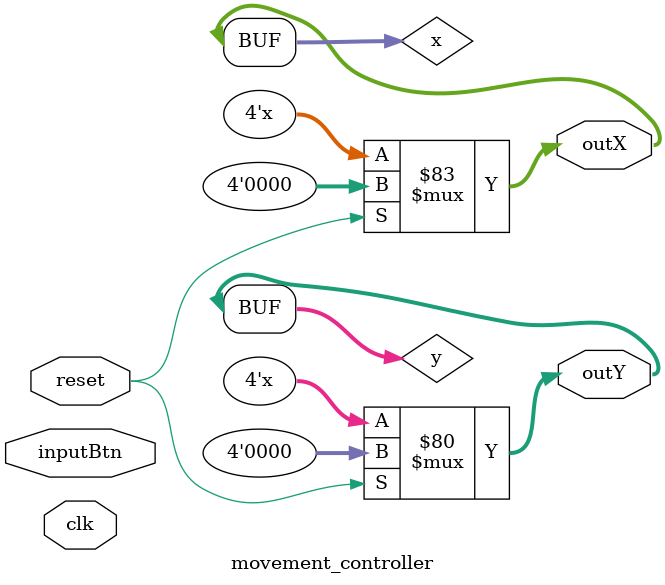
<source format=sv>
module movement_controller (
input wire clk,
input wire reset,
input logic [3:0] inputBtn,
output logic [3:0] outX,
output logic [3:0] outY
);


logic [3:0] x = 0;
logic [3:0] y = 0;

always @(inputBtn) begin
	if (reset) begin
		x <= 0;
		y <= 0;
	end
	
	// Moverse a arriba
	else if (inputBtn == 4'b0111) begin
		if (y == 0) begin
			y <= y + 7;
		end
		else begin
			y = y - 1;
		end
	end
	
	
	
	// Moverse a izquierda
	else if (inputBtn == 4'b1011) begin
		if (inputBtn == 0) begin
			x <= x + 7;
		end
		else begin
			x = x -1;
		end
	end
	
	
	//Moverse a abajo
	else if (inputBtn == 4'b1101) begin
		if (inputBtn == 7) begin
			y <= y - 7;
		end
		else begin
			y <= y + 1;
		end
	end
	//Moverse a derecha
	else if (inputBtn == 4'b1110) begin
		if (inputBtn == 7) begin
			x <= x + 7;
		end
		else begin
			x <= x + 1;
		end
	end
end

assign outX = x;
assign outY = y;

endmodule
</source>
